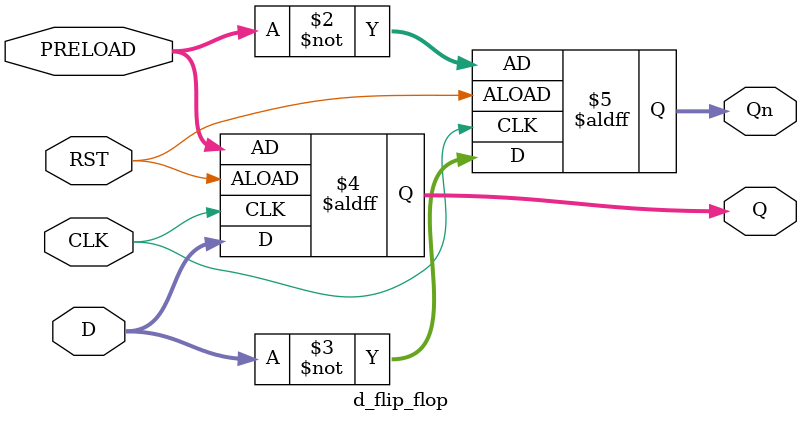
<source format=v>


module d_flip_flop (
    // pins
    input                     CLK,
    input                     RST,
    input       [7:0]         PRELOAD,
    input       [7:0]         D,
    output reg  [7:0]         Q,
    output reg  [7:0]         Qn
);

//=============================================
// ==> Behavioural implementation of the D-latch
//=============================================
always @(posedge CLK or posedge RST) begin
  // Prelaod Q register on reset
  if (RST) begin
    Q = PRELOAD;
    Qn = ~PRELOAD;
  end
  else begin
    Q = D;
    Qn = ~D;
  end

end

endmodule

</source>
